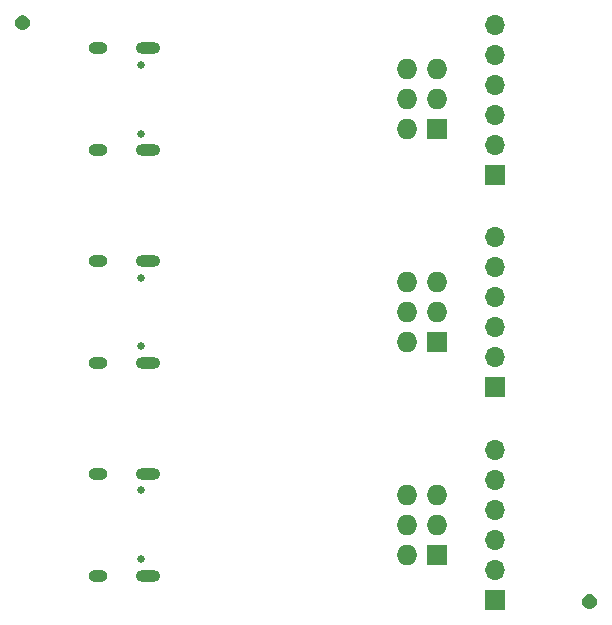
<source format=gbs>
%MOIN*%
%OFA0B0*%
%FSLAX46Y46*%
%IPPOS*%
%LPD*%
%ADD10O,0.068X0.068*%
%ADD11R,0.068X0.068*%
%ADD12O,0.066929133858267723X0.066929133858267723*%
%ADD13R,0.066929133858267723X0.066929133858267723*%
%ADD14O,0.082677165354330714X0.03937007874015748*%
%ADD15O,0.062992125984251982X0.03937007874015748*%
%ADD16C,0.025590551181102365*%
%ADD27O,0.068X0.068*%
%ADD28R,0.068X0.068*%
%ADD29O,0.066929133858267723X0.066929133858267723*%
%ADD30R,0.066929133858267723X0.066929133858267723*%
%ADD31O,0.082677165354330714X0.03937007874015748*%
%ADD32O,0.062992125984251982X0.03937007874015748*%
%ADD33C,0.025590551181102365*%
%ADD34C,0.0039370078740157488*%
%ADD35C,0.0039370078740157488*%
%ADD36O,0.068X0.068*%
%ADD37R,0.068X0.068*%
%ADD38O,0.066929133858267723X0.066929133858267723*%
%ADD39R,0.066929133858267723X0.066929133858267723*%
%ADD40O,0.082677165354330714X0.03937007874015748*%
%ADD41O,0.062992125984251982X0.03937007874015748*%
%ADD42C,0.025590551181102365*%
D10*
X-0003700787Y0005669291D02*
X0001340944Y0001832283D03*
X0001440944Y0001832283D03*
X0001340944Y0001732283D03*
X0001440944Y0001732283D03*
X0001340944Y0001632283D03*
D11*
X0001440944Y0001632283D03*
D12*
X0001633070Y0001980708D03*
X0001633070Y0001880708D03*
X0001633070Y0001780708D03*
X0001633070Y0001680708D03*
X0001633070Y0001580708D03*
D13*
X0001633070Y0001480708D03*
D14*
X0000475787Y0001902362D03*
X0000475787Y0001562204D03*
D15*
X0000311220Y0001902362D03*
X0000311220Y0001562204D03*
D16*
X0000454921Y0001618503D03*
X0000454921Y0001846062D03*
G04 next file*
G04 #@! TF.GenerationSoftware,KiCad,Pcbnew,5.1.5-52549c5~84~ubuntu19.10.1*
G04 #@! TF.CreationDate,2020-03-14T21:45:10+01:00*
G04 #@! TF.ProjectId,ESP-TC-PROG,4553502d-5443-42d5-9052-4f472e6b6963,rev?*
G04 #@! TF.SameCoordinates,Original*
G04 #@! TF.FileFunction,Soldermask,Bot*
G04 #@! TF.FilePolarity,Negative*
G04 Gerber Fmt 4.6, Leading zero omitted, Abs format (unit mm)*
G04 Created by KiCad (PCBNEW 5.1.5-52549c5~84~ubuntu19.10.1) date 2020-03-14 21:45:10*
G04 APERTURE LIST*
G04 APERTURE END LIST*
D27*
X-0003700787Y0004251968D02*
X0001340944Y0000414960D03*
X0001440944Y0000414960D03*
X0001340944Y0000314960D03*
X0001440944Y0000314960D03*
X0001340944Y0000214960D03*
D28*
X0001440944Y0000214960D03*
D29*
X0001633070Y0000563385D03*
X0001633070Y0000463385D03*
X0001633070Y0000363385D03*
X0001633070Y0000263385D03*
X0001633070Y0000163385D03*
D30*
X0001633070Y0000063385D03*
D31*
X0000475787Y0000485039D03*
X0000475787Y0000144881D03*
D32*
X0000311220Y0000485039D03*
X0000311220Y0000144881D03*
D33*
X0000454921Y0000201181D03*
X0000454921Y0000428740D03*
G04 next file*
G04 #@! TF.GenerationSoftware,KiCad,Pcbnew,5.1.5-52549c5~84~ubuntu19.10.1*
G04 #@! TF.CreationDate,2020-03-14T22:11:12+01:00*
G04 #@! TF.ProjectId,edgerail,65646765-7261-4696-9c2e-6b696361645f,rev?*
G04 #@! TF.SameCoordinates,Original*
G04 #@! TF.FileFunction,Soldermask,Bot*
G04 #@! TF.FilePolarity,Negative*
G04 Gerber Fmt 4.6, Leading zero omitted, Abs format (unit mm)*
G04 Created by KiCad (PCBNEW 5.1.5-52549c5~84~ubuntu19.10.1) date 2020-03-14 22:11:12*
G04 APERTURE LIST*
G04 APERTURE END LIST*
D34*
G36*
X0000063870Y0002012399D02*
G01*
X0000066255Y0002011925D01*
X0000068501Y0002010994D01*
X0000070747Y0002010064D01*
X0000074790Y0002007363D01*
X0000078229Y0002003924D01*
X0000080930Y0001999881D01*
X0000082791Y0001995389D01*
X0000083740Y0001990620D01*
X0000083740Y0001985757D01*
X0000082791Y0001980988D01*
X0000080930Y0001976496D01*
X0000078229Y0001972453D01*
X0000074790Y0001969014D01*
X0000070747Y0001966313D01*
X0000068501Y0001965382D01*
X0000066255Y0001964452D01*
X0000063870Y0001963978D01*
X0000061486Y0001963503D01*
X0000056623Y0001963503D01*
X0000054239Y0001963978D01*
X0000051854Y0001964452D01*
X0000049608Y0001965382D01*
X0000047362Y0001966313D01*
X0000043319Y0001969014D01*
X0000039880Y0001972453D01*
X0000037179Y0001976496D01*
X0000035318Y0001980988D01*
X0000034370Y0001985757D01*
X0000034370Y0001990620D01*
X0000035318Y0001995389D01*
X0000037179Y0001999881D01*
X0000039880Y0002003924D01*
X0000043319Y0002007363D01*
X0000047362Y0002010064D01*
X0000049608Y0002010994D01*
X0000051854Y0002011925D01*
X0000054239Y0002012399D01*
X0000056623Y0002012874D01*
X0000061486Y0002012874D01*
X0000063870Y0002012399D01*
G37*
G04 next file*
G04 #@! TF.GenerationSoftware,KiCad,Pcbnew,5.1.5-52549c5~84~ubuntu19.10.1*
G04 #@! TF.CreationDate,2020-03-14T22:11:12+01:00*
G04 #@! TF.ProjectId,edgerail,65646765-7261-4696-9c2e-6b696361645f,rev?*
G04 #@! TF.SameCoordinates,Original*
G04 #@! TF.FileFunction,Soldermask,Bot*
G04 #@! TF.FilePolarity,Negative*
G04 Gerber Fmt 4.6, Leading zero omitted, Abs format (unit mm)*
G04 Created by KiCad (PCBNEW 5.1.5-52549c5~84~ubuntu19.10.1) date 2020-03-14 22:11:12*
G04 APERTURE LIST*
G04 APERTURE END LIST*
D35*
G36*
X0001944003Y0000034844D02*
G01*
X0001941618Y0000035318D01*
X0001939372Y0000036249D01*
X0001937126Y0000037179D01*
X0001933083Y0000039880D01*
X0001929644Y0000043319D01*
X0001926943Y0000047362D01*
X0001925082Y0000051854D01*
X0001924133Y0000056623D01*
X0001924133Y0000061486D01*
X0001925082Y0000066255D01*
X0001926943Y0000070747D01*
X0001929644Y0000074790D01*
X0001933083Y0000078229D01*
X0001937126Y0000080930D01*
X0001939372Y0000081861D01*
X0001941618Y0000082791D01*
X0001944003Y0000083265D01*
X0001946387Y0000083740D01*
X0001951250Y0000083740D01*
X0001953634Y0000083265D01*
X0001956019Y0000082791D01*
X0001958265Y0000081861D01*
X0001960511Y0000080930D01*
X0001964554Y0000078229D01*
X0001967993Y0000074790D01*
X0001970694Y0000070747D01*
X0001972555Y0000066255D01*
X0001973503Y0000061486D01*
X0001973503Y0000056623D01*
X0001972555Y0000051854D01*
X0001970694Y0000047362D01*
X0001967993Y0000043319D01*
X0001964554Y0000039880D01*
X0001960511Y0000037179D01*
X0001958265Y0000036249D01*
X0001956019Y0000035318D01*
X0001953634Y0000034844D01*
X0001951250Y0000034370D01*
X0001946387Y0000034370D01*
X0001944003Y0000034844D01*
G37*
G04 next file*
G04 #@! TF.GenerationSoftware,KiCad,Pcbnew,5.1.5-52549c5~84~ubuntu19.10.1*
G04 #@! TF.CreationDate,2020-03-14T21:45:10+01:00*
G04 #@! TF.ProjectId,ESP-TC-PROG,4553502d-5443-42d5-9052-4f472e6b6963,rev?*
G04 #@! TF.SameCoordinates,Original*
G04 #@! TF.FileFunction,Soldermask,Bot*
G04 #@! TF.FilePolarity,Negative*
G04 Gerber Fmt 4.6, Leading zero omitted, Abs format (unit mm)*
G04 Created by KiCad (PCBNEW 5.1.5-52549c5~84~ubuntu19.10.1) date 2020-03-14 21:45:10*
G04 APERTURE LIST*
G04 APERTURE END LIST*
D36*
X-0003700787Y0004960629D02*
X0001340944Y0001123622D03*
X0001440944Y0001123622D03*
X0001340944Y0001023622D03*
X0001440944Y0001023622D03*
X0001340944Y0000923622D03*
D37*
X0001440944Y0000923622D03*
D38*
X0001633070Y0001272047D03*
X0001633070Y0001172047D03*
X0001633070Y0001072047D03*
X0001633070Y0000972047D03*
X0001633070Y0000872047D03*
D39*
X0001633070Y0000772047D03*
D40*
X0000475787Y0001193700D03*
X0000475787Y0000853543D03*
D41*
X0000311220Y0001193700D03*
X0000311220Y0000853543D03*
D42*
X0000454921Y0000909842D03*
X0000454921Y0001137401D03*
M02*
</source>
